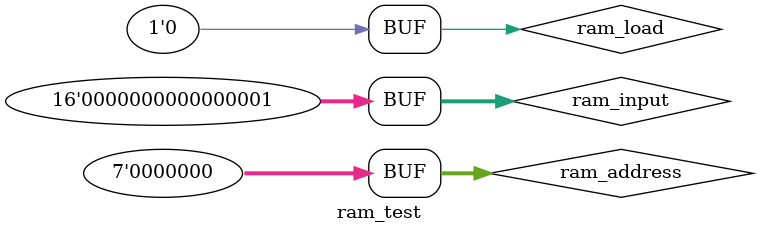
<source format=v>
module ram(
	ram_output,
	ram_load,
	ram_address,
	ram_input,
	);
	
	integer i;
	input [15:0] ram_input;
	input ram_load;
	input [6:0] ram_address;
	output [15:0] ram_output;
	reg [15:0] ram_output;

	reg clock;
	always begin
		clock = 0; #5; clock = 1; #5;
	end

	reg [15:0] async_set [127:0];
	reg [15:0] sync_set [127:0];

	always @(posedge clock) begin
		for(i=0;i<128;i=i+1) begin
			sync_set[i] = async_set[i];
		end
	end

	always @(negedge clock) begin
		if(ram_load) begin
			async_set[ram_address] = ram_input;
		end
		else begin
			ram_output = sync_set[ram_address];
		end
	end

endmodule

module ram_test;

	reg [15:0] ram_input;
	reg [6:0] ram_address;
	reg ram_load;
	wire [15:0] ram_output;

	ram UUT(ram_output, ram_load, ram_address, ram_input);

	initial begin
		ram_address = 0; ram_load = 1; ram_input = 57; #10;
		ram_address = 1; ram_load = 1; ram_input = 1; #10;
		ram_address = 0; ram_load = 0; #10;
	end

endmodule 
</source>
